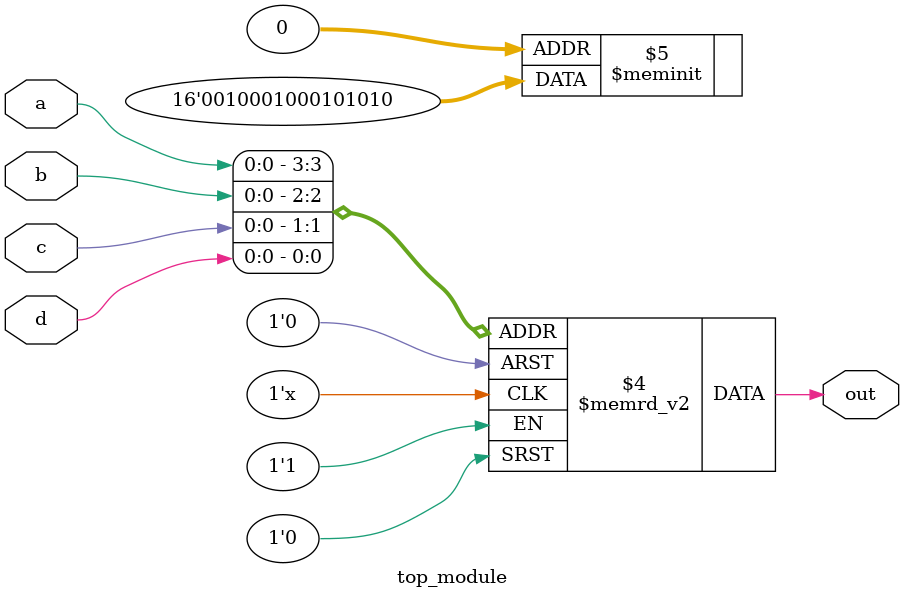
<source format=sv>
module top_module (
    input a, 
    input b,
    input c,
    input d,
    output reg out
);

always @(*) begin
    case ({a, b, c, d})
        4'b0001: out = 1;
        4'b0011: out = 1;
        4'b0101: out = 1;
        4'b0111: out = 0;
        4'b1001: out = 1;
        4'b1011: out = 0;
        4'b1101: out = 1;
        4'b1111: out = 0;
        default: out = 0;
    endcase
end

endmodule

</source>
